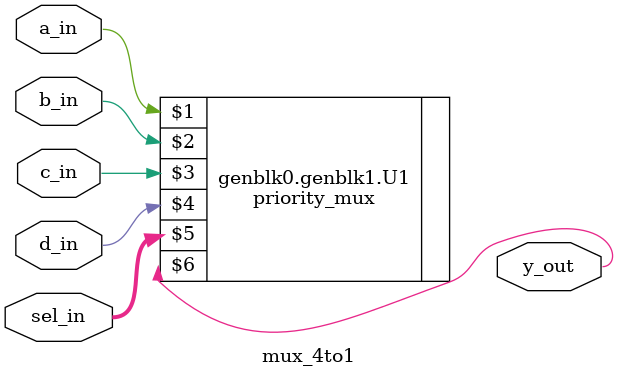
<source format=v>
`timescale 1ns / 1ps


module mux_4to1(
    input a_in,
    input b_in,
    input c_in,
    input d_in,
    input [1:0]sel_in,
    output y_out
    );


    
parameter PRIORITY_MUX = 1;
generate
begin
    if(PRIORITY_MUX)
        priority_mux U1(a_in,b_in,c_in,d_in,sel_in,y_out);
    else
        parallel_mux U2(a_in,b_in,c_in,d_in,sel_in,y_out);
end
endgenerate
endmodule

</source>
